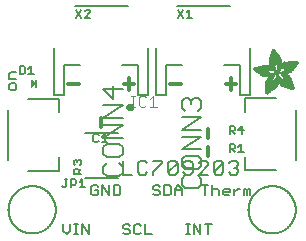
<source format=gbr>
G04 EAGLE Gerber RS-274X export*
G75*
%MOMM*%
%FSLAX34Y34*%
%LPD*%
%INSilkscreen Top*%
%IPPOS*%
%AMOC8*
5,1,8,0,0,1.08239X$1,22.5*%
G01*
%ADD10C,0.152400*%
%ADD11C,0.203200*%
%ADD12C,0.127000*%
%ADD13C,0.304800*%
%ADD14R,0.006300X0.050800*%
%ADD15R,0.006400X0.082600*%
%ADD16R,0.006300X0.120600*%
%ADD17R,0.006400X0.139700*%
%ADD18R,0.006300X0.158800*%
%ADD19R,0.006400X0.177800*%
%ADD20R,0.006300X0.196800*%
%ADD21R,0.006400X0.215900*%
%ADD22R,0.006300X0.228600*%
%ADD23R,0.006400X0.241300*%
%ADD24R,0.006300X0.254000*%
%ADD25R,0.006400X0.266700*%
%ADD26R,0.006300X0.279400*%
%ADD27R,0.006400X0.285700*%
%ADD28R,0.006300X0.298400*%
%ADD29R,0.006400X0.311200*%
%ADD30R,0.006300X0.317500*%
%ADD31R,0.006400X0.330200*%
%ADD32R,0.006300X0.336600*%
%ADD33R,0.006400X0.349200*%
%ADD34R,0.006300X0.361900*%
%ADD35R,0.006400X0.368300*%
%ADD36R,0.006300X0.381000*%
%ADD37R,0.006400X0.387300*%
%ADD38R,0.006300X0.393700*%
%ADD39R,0.006400X0.406400*%
%ADD40R,0.006300X0.412700*%
%ADD41R,0.006400X0.419100*%
%ADD42R,0.006300X0.431800*%
%ADD43R,0.006400X0.438100*%
%ADD44R,0.006300X0.450800*%
%ADD45R,0.006400X0.457200*%
%ADD46R,0.006300X0.463500*%
%ADD47R,0.006400X0.476200*%
%ADD48R,0.006300X0.482600*%
%ADD49R,0.006400X0.488900*%
%ADD50R,0.006300X0.501600*%
%ADD51R,0.006400X0.508000*%
%ADD52R,0.006300X0.514300*%
%ADD53R,0.006400X0.527000*%
%ADD54R,0.006300X0.533400*%
%ADD55R,0.006400X0.546100*%
%ADD56R,0.006300X0.552400*%
%ADD57R,0.006400X0.558800*%
%ADD58R,0.006300X0.571500*%
%ADD59R,0.006400X0.577800*%
%ADD60R,0.006300X0.584200*%
%ADD61R,0.006400X0.596900*%
%ADD62R,0.006300X0.603200*%
%ADD63R,0.006400X0.609600*%
%ADD64R,0.006300X0.622300*%
%ADD65R,0.006400X0.628600*%
%ADD66R,0.006300X0.641300*%
%ADD67R,0.006400X0.647700*%
%ADD68R,0.006300X0.063500*%
%ADD69R,0.006300X0.654000*%
%ADD70R,0.006400X0.101600*%
%ADD71R,0.006400X0.666700*%
%ADD72R,0.006300X0.139700*%
%ADD73R,0.006300X0.673100*%
%ADD74R,0.006400X0.165100*%
%ADD75R,0.006400X0.679400*%
%ADD76R,0.006300X0.196900*%
%ADD77R,0.006300X0.692100*%
%ADD78R,0.006400X0.222200*%
%ADD79R,0.006400X0.698500*%
%ADD80R,0.006300X0.247700*%
%ADD81R,0.006300X0.704800*%
%ADD82R,0.006400X0.279400*%
%ADD83R,0.006400X0.717500*%
%ADD84R,0.006300X0.298500*%
%ADD85R,0.006300X0.723900*%
%ADD86R,0.006400X0.736600*%
%ADD87R,0.006300X0.342900*%
%ADD88R,0.006300X0.742900*%
%ADD89R,0.006400X0.374700*%
%ADD90R,0.006400X0.749300*%
%ADD91R,0.006300X0.762000*%
%ADD92R,0.006400X0.412700*%
%ADD93R,0.006400X0.768300*%
%ADD94R,0.006300X0.438100*%
%ADD95R,0.006300X0.774700*%
%ADD96R,0.006400X0.463600*%
%ADD97R,0.006400X0.787400*%
%ADD98R,0.006300X0.793700*%
%ADD99R,0.006400X0.495300*%
%ADD100R,0.006400X0.800100*%
%ADD101R,0.006300X0.520700*%
%ADD102R,0.006300X0.812800*%
%ADD103R,0.006400X0.533400*%
%ADD104R,0.006400X0.819100*%
%ADD105R,0.006300X0.558800*%
%ADD106R,0.006300X0.825500*%
%ADD107R,0.006400X0.577900*%
%ADD108R,0.006400X0.831800*%
%ADD109R,0.006300X0.596900*%
%ADD110R,0.006300X0.844500*%
%ADD111R,0.006400X0.616000*%
%ADD112R,0.006400X0.850900*%
%ADD113R,0.006300X0.635000*%
%ADD114R,0.006300X0.857200*%
%ADD115R,0.006400X0.654100*%
%ADD116R,0.006400X0.863600*%
%ADD117R,0.006300X0.666700*%
%ADD118R,0.006300X0.869900*%
%ADD119R,0.006400X0.685800*%
%ADD120R,0.006400X0.876300*%
%ADD121R,0.006300X0.882600*%
%ADD122R,0.006400X0.723900*%
%ADD123R,0.006400X0.889000*%
%ADD124R,0.006300X0.895300*%
%ADD125R,0.006400X0.755700*%
%ADD126R,0.006400X0.901700*%
%ADD127R,0.006300X0.908000*%
%ADD128R,0.006400X0.793800*%
%ADD129R,0.006400X0.914400*%
%ADD130R,0.006300X0.806400*%
%ADD131R,0.006300X0.920700*%
%ADD132R,0.006400X0.825500*%
%ADD133R,0.006400X0.927100*%
%ADD134R,0.006300X0.933400*%
%ADD135R,0.006400X0.857300*%
%ADD136R,0.006400X0.939800*%
%ADD137R,0.006300X0.870000*%
%ADD138R,0.006300X0.939800*%
%ADD139R,0.006400X0.946100*%
%ADD140R,0.006300X0.952500*%
%ADD141R,0.006400X0.908000*%
%ADD142R,0.006400X0.958800*%
%ADD143R,0.006300X0.965200*%
%ADD144R,0.006400X0.965200*%
%ADD145R,0.006300X0.971500*%
%ADD146R,0.006400X0.952500*%
%ADD147R,0.006400X0.977900*%
%ADD148R,0.006300X0.958800*%
%ADD149R,0.006300X0.984200*%
%ADD150R,0.006400X0.971500*%
%ADD151R,0.006400X0.984200*%
%ADD152R,0.006300X0.990600*%
%ADD153R,0.006400X0.984300*%
%ADD154R,0.006400X0.996900*%
%ADD155R,0.006300X0.997000*%
%ADD156R,0.006300X0.996900*%
%ADD157R,0.006400X1.003300*%
%ADD158R,0.006300X1.016000*%
%ADD159R,0.006300X1.009600*%
%ADD160R,0.006400X1.016000*%
%ADD161R,0.006400X1.009600*%
%ADD162R,0.006300X1.022300*%
%ADD163R,0.006400X1.028700*%
%ADD164R,0.006300X1.035100*%
%ADD165R,0.006400X1.047800*%
%ADD166R,0.006300X1.054100*%
%ADD167R,0.006300X1.028700*%
%ADD168R,0.006400X1.054100*%
%ADD169R,0.006400X1.035000*%
%ADD170R,0.006300X1.060400*%
%ADD171R,0.006300X1.035000*%
%ADD172R,0.006400X1.060500*%
%ADD173R,0.006400X1.041400*%
%ADD174R,0.006300X1.066800*%
%ADD175R,0.006300X1.041400*%
%ADD176R,0.006400X1.079500*%
%ADD177R,0.006400X1.047700*%
%ADD178R,0.006300X1.085900*%
%ADD179R,0.006300X1.047700*%
%ADD180R,0.006400X1.085800*%
%ADD181R,0.006300X1.092200*%
%ADD182R,0.006400X1.085900*%
%ADD183R,0.006300X1.098600*%
%ADD184R,0.006400X1.098600*%
%ADD185R,0.006400X1.060400*%
%ADD186R,0.006300X1.104900*%
%ADD187R,0.006400X1.104900*%
%ADD188R,0.006400X1.066800*%
%ADD189R,0.006300X1.111200*%
%ADD190R,0.006400X1.117600*%
%ADD191R,0.006300X1.117600*%
%ADD192R,0.006300X1.073100*%
%ADD193R,0.006400X1.073100*%
%ADD194R,0.006300X1.124000*%
%ADD195R,0.006300X1.079500*%
%ADD196R,0.006400X1.123900*%
%ADD197R,0.006300X1.130300*%
%ADD198R,0.006400X1.130300*%
%ADD199R,0.006400X1.136700*%
%ADD200R,0.006300X1.136700*%
%ADD201R,0.006300X1.085800*%
%ADD202R,0.006400X1.136600*%
%ADD203R,0.006300X1.136600*%
%ADD204R,0.006400X1.143000*%
%ADD205R,0.006300X1.143000*%
%ADD206R,0.006300X1.149400*%
%ADD207R,0.006300X1.149300*%
%ADD208R,0.006400X1.149300*%
%ADD209R,0.006400X1.149400*%
%ADD210R,0.006400X1.155700*%
%ADD211R,0.006300X1.155700*%
%ADD212R,0.006300X1.060500*%
%ADD213R,0.006400X2.197100*%
%ADD214R,0.006300X2.197100*%
%ADD215R,0.006300X2.184400*%
%ADD216R,0.006400X2.184400*%
%ADD217R,0.006400X2.171700*%
%ADD218R,0.006300X2.171700*%
%ADD219R,0.006400X1.530300*%
%ADD220R,0.006300X1.505000*%
%ADD221R,0.006400X1.492300*%
%ADD222R,0.006300X1.485900*%
%ADD223R,0.006300X0.565200*%
%ADD224R,0.006400X1.473200*%
%ADD225R,0.006400X0.565200*%
%ADD226R,0.006300X1.460500*%
%ADD227R,0.006400X1.454100*%
%ADD228R,0.006400X0.552400*%
%ADD229R,0.006300X1.441500*%
%ADD230R,0.006300X0.546100*%
%ADD231R,0.006400X1.435100*%
%ADD232R,0.006400X0.539800*%
%ADD233R,0.006300X1.428800*%
%ADD234R,0.006400X1.422400*%
%ADD235R,0.006300X1.409700*%
%ADD236R,0.006300X0.527100*%
%ADD237R,0.006400X1.403300*%
%ADD238R,0.006400X0.527100*%
%ADD239R,0.006300X1.390700*%
%ADD240R,0.006400X1.384300*%
%ADD241R,0.006400X0.520700*%
%ADD242R,0.006300X1.384300*%
%ADD243R,0.006300X0.514400*%
%ADD244R,0.006400X1.371600*%
%ADD245R,0.006300X1.365200*%
%ADD246R,0.006300X0.508000*%
%ADD247R,0.006400X1.352600*%
%ADD248R,0.006400X0.501700*%
%ADD249R,0.006300X0.711200*%
%ADD250R,0.006300X0.603300*%
%ADD251R,0.006300X0.501700*%
%ADD252R,0.006400X0.692100*%
%ADD253R,0.006400X0.571500*%
%ADD254R,0.006300X0.679400*%
%ADD255R,0.006300X0.495300*%
%ADD256R,0.006400X0.673100*%
%ADD257R,0.006300X0.666800*%
%ADD258R,0.006300X0.488900*%
%ADD259R,0.006400X0.660400*%
%ADD260R,0.006400X0.482600*%
%ADD261R,0.006300X0.476200*%
%ADD262R,0.006400X0.654000*%
%ADD263R,0.006400X0.469900*%
%ADD264R,0.006400X0.476300*%
%ADD265R,0.006300X0.647700*%
%ADD266R,0.006300X0.457200*%
%ADD267R,0.006300X0.469900*%
%ADD268R,0.006400X0.641300*%
%ADD269R,0.006400X0.444500*%
%ADD270R,0.006300X0.463600*%
%ADD271R,0.006400X0.635000*%
%ADD272R,0.006400X0.463500*%
%ADD273R,0.006400X0.393700*%
%ADD274R,0.006400X0.450800*%
%ADD275R,0.006300X0.628600*%
%ADD276R,0.006300X0.387400*%
%ADD277R,0.006300X0.450900*%
%ADD278R,0.006400X0.628700*%
%ADD279R,0.006400X0.374600*%
%ADD280R,0.006300X0.368300*%
%ADD281R,0.006300X0.438200*%
%ADD282R,0.006400X0.622300*%
%ADD283R,0.006400X0.355600*%
%ADD284R,0.006400X0.431800*%
%ADD285R,0.006300X0.349300*%
%ADD286R,0.006300X0.425400*%
%ADD287R,0.006300X0.615900*%
%ADD288R,0.006300X0.330200*%
%ADD289R,0.006300X0.419100*%
%ADD290R,0.006300X0.616000*%
%ADD291R,0.006300X0.311200*%
%ADD292R,0.006300X0.406400*%
%ADD293R,0.006400X0.615900*%
%ADD294R,0.006400X0.304800*%
%ADD295R,0.006400X0.158800*%
%ADD296R,0.006300X0.609600*%
%ADD297R,0.006300X0.292100*%
%ADD298R,0.006300X0.235000*%
%ADD299R,0.006400X0.387400*%
%ADD300R,0.006400X0.292100*%
%ADD301R,0.006300X0.336500*%
%ADD302R,0.006300X0.260400*%
%ADD303R,0.006400X0.603300*%
%ADD304R,0.006400X0.260400*%
%ADD305R,0.006400X0.362000*%
%ADD306R,0.006400X0.450900*%
%ADD307R,0.006300X0.355600*%
%ADD308R,0.006400X0.342900*%
%ADD309R,0.006400X0.514300*%
%ADD310R,0.006300X0.234900*%
%ADD311R,0.006300X0.539700*%
%ADD312R,0.006400X0.603200*%
%ADD313R,0.006400X0.234900*%
%ADD314R,0.006400X0.920700*%
%ADD315R,0.006400X0.958900*%
%ADD316R,0.006300X0.215900*%
%ADD317R,0.006400X0.209600*%
%ADD318R,0.006300X0.203200*%
%ADD319R,0.006300X1.003300*%
%ADD320R,0.006400X0.203200*%
%ADD321R,0.006400X0.196900*%
%ADD322R,0.006300X0.190500*%
%ADD323R,0.006400X0.190500*%
%ADD324R,0.006300X0.184200*%
%ADD325R,0.006400X0.590500*%
%ADD326R,0.006400X0.184200*%
%ADD327R,0.006300X0.590500*%
%ADD328R,0.006300X0.177800*%
%ADD329R,0.006400X0.584200*%
%ADD330R,0.006400X1.168400*%
%ADD331R,0.006300X0.171500*%
%ADD332R,0.006300X1.187500*%
%ADD333R,0.006400X1.200100*%
%ADD334R,0.006300X0.577800*%
%ADD335R,0.006300X1.212900*%
%ADD336R,0.006400X1.231900*%
%ADD337R,0.006300X1.250900*%
%ADD338R,0.006400X0.565100*%
%ADD339R,0.006400X0.184100*%
%ADD340R,0.006400X1.263700*%
%ADD341R,0.006300X0.565100*%
%ADD342R,0.006300X1.289100*%
%ADD343R,0.006400X1.314400*%
%ADD344R,0.006300X0.552500*%
%ADD345R,0.006300X1.568500*%
%ADD346R,0.006400X0.552500*%
%ADD347R,0.006400X1.581200*%
%ADD348R,0.006300X1.593800*%
%ADD349R,0.006400X1.606500*%
%ADD350R,0.006300X1.619300*%
%ADD351R,0.006400X0.514400*%
%ADD352R,0.006400X1.638300*%
%ADD353R,0.006300X1.657300*%
%ADD354R,0.006400X2.209800*%
%ADD355R,0.006300X2.425700*%
%ADD356R,0.006400X2.470100*%
%ADD357R,0.006300X2.501900*%
%ADD358R,0.006400X2.533700*%
%ADD359R,0.006300X2.559000*%
%ADD360R,0.006400X2.584500*%
%ADD361R,0.006300X2.609900*%
%ADD362R,0.006400X2.628900*%
%ADD363R,0.006300X2.660600*%
%ADD364R,0.006400X2.673400*%
%ADD365R,0.006300X1.422400*%
%ADD366R,0.006300X1.200200*%
%ADD367R,0.006300X1.365300*%
%ADD368R,0.006400X1.365300*%
%ADD369R,0.006300X1.352500*%
%ADD370R,0.006300X1.098500*%
%ADD371R,0.006400X1.358900*%
%ADD372R,0.006300X1.352600*%
%ADD373R,0.006300X1.358900*%
%ADD374R,0.006300X1.371600*%
%ADD375R,0.006400X1.377900*%
%ADD376R,0.006400X1.397000*%
%ADD377R,0.006300X1.403300*%
%ADD378R,0.006300X0.914400*%
%ADD379R,0.006300X0.876300*%
%ADD380R,0.006300X0.374600*%
%ADD381R,0.006400X1.073200*%
%ADD382R,0.006300X0.374700*%
%ADD383R,0.006400X0.844600*%
%ADD384R,0.006300X0.844600*%
%ADD385R,0.006400X0.831900*%
%ADD386R,0.006400X1.092200*%
%ADD387R,0.006300X0.400000*%
%ADD388R,0.006400X0.819200*%
%ADD389R,0.006400X1.111300*%
%ADD390R,0.006400X0.812800*%
%ADD391R,0.006300X0.800100*%
%ADD392R,0.006300X0.476300*%
%ADD393R,0.006300X1.181100*%
%ADD394R,0.006400X0.501600*%
%ADD395R,0.006400X1.193800*%
%ADD396R,0.006400X0.781000*%
%ADD397R,0.006400X1.238200*%
%ADD398R,0.006300X0.781100*%
%ADD399R,0.006300X1.257300*%
%ADD400R,0.006400X1.295400*%
%ADD401R,0.006300X1.333500*%
%ADD402R,0.006400X0.774700*%
%ADD403R,0.006400X1.866900*%
%ADD404R,0.006300X0.209600*%
%ADD405R,0.006300X1.866900*%
%ADD406R,0.006400X0.768400*%
%ADD407R,0.006400X0.209500*%
%ADD408R,0.006400X1.860600*%
%ADD409R,0.006400X0.762000*%
%ADD410R,0.006300X0.768400*%
%ADD411R,0.006300X1.860600*%
%ADD412R,0.006400X1.860500*%
%ADD413R,0.006300X0.222300*%
%ADD414R,0.006300X1.854200*%
%ADD415R,0.006400X0.235000*%
%ADD416R,0.006400X1.854200*%
%ADD417R,0.006300X0.768300*%
%ADD418R,0.006400X0.260300*%
%ADD419R,0.006400X1.847800*%
%ADD420R,0.006300X0.266700*%
%ADD421R,0.006300X1.847800*%
%ADD422R,0.006400X0.273100*%
%ADD423R,0.006400X1.841500*%
%ADD424R,0.006300X0.285800*%
%ADD425R,0.006300X1.841500*%
%ADD426R,0.006400X0.298500*%
%ADD427R,0.006400X1.835100*%
%ADD428R,0.006300X0.781000*%
%ADD429R,0.006300X0.304800*%
%ADD430R,0.006300X1.835100*%
%ADD431R,0.006400X0.317500*%
%ADD432R,0.006400X1.828800*%
%ADD433R,0.006300X0.787400*%
%ADD434R,0.006300X0.323800*%
%ADD435R,0.006300X1.828800*%
%ADD436R,0.006400X0.793700*%
%ADD437R,0.006400X1.822400*%
%ADD438R,0.006300X0.806500*%
%ADD439R,0.006300X1.822400*%
%ADD440R,0.006400X1.816100*%
%ADD441R,0.006300X0.819100*%
%ADD442R,0.006300X0.387300*%
%ADD443R,0.006300X1.816100*%
%ADD444R,0.006400X1.809800*%
%ADD445R,0.006300X1.803400*%
%ADD446R,0.006400X1.797000*%
%ADD447R,0.006300X0.901700*%
%ADD448R,0.006300X1.797000*%
%ADD449R,0.006400X1.441400*%
%ADD450R,0.006400X1.790700*%
%ADD451R,0.006300X1.447800*%
%ADD452R,0.006300X1.784300*%
%ADD453R,0.006400X1.447800*%
%ADD454R,0.006400X1.784300*%
%ADD455R,0.006300X1.454100*%
%ADD456R,0.006300X1.771700*%
%ADD457R,0.006400X1.460500*%
%ADD458R,0.006400X1.759000*%
%ADD459R,0.006300X1.466800*%
%ADD460R,0.006300X1.752600*%
%ADD461R,0.006400X1.466800*%
%ADD462R,0.006400X1.739900*%
%ADD463R,0.006300X1.473200*%
%ADD464R,0.006300X1.727200*%
%ADD465R,0.006400X1.479500*%
%ADD466R,0.006400X1.714500*%
%ADD467R,0.006300X1.695400*%
%ADD468R,0.006400X1.485900*%
%ADD469R,0.006400X1.682700*%
%ADD470R,0.006300X1.492200*%
%ADD471R,0.006300X1.663700*%
%ADD472R,0.006400X1.498600*%
%ADD473R,0.006400X1.644600*%
%ADD474R,0.006300X1.498600*%
%ADD475R,0.006300X1.619200*%
%ADD476R,0.006400X1.511300*%
%ADD477R,0.006400X1.600200*%
%ADD478R,0.006300X1.517700*%
%ADD479R,0.006300X1.574800*%
%ADD480R,0.006400X1.524000*%
%ADD481R,0.006400X1.555800*%
%ADD482R,0.006300X1.524000*%
%ADD483R,0.006300X1.536700*%
%ADD484R,0.006400X1.530400*%
%ADD485R,0.006400X1.517700*%
%ADD486R,0.006300X1.492300*%
%ADD487R,0.006400X1.549400*%
%ADD488R,0.006400X1.479600*%
%ADD489R,0.006300X1.549400*%
%ADD490R,0.006400X1.555700*%
%ADD491R,0.006300X1.562100*%
%ADD492R,0.006300X0.323900*%
%ADD493R,0.006400X1.568400*%
%ADD494R,0.006400X0.336600*%
%ADD495R,0.006300X1.587500*%
%ADD496R,0.006300X0.971600*%
%ADD497R,0.006400X0.349300*%
%ADD498R,0.006300X1.600200*%
%ADD499R,0.006300X0.920800*%
%ADD500R,0.006400X0.882700*%
%ADD501R,0.006300X1.612900*%
%ADD502R,0.006300X0.362000*%
%ADD503R,0.006400X1.625600*%
%ADD504R,0.006300X1.625600*%
%ADD505R,0.006300X1.644600*%
%ADD506R,0.006300X0.736600*%
%ADD507R,0.006400X0.717600*%
%ADD508R,0.006300X1.657400*%
%ADD509R,0.006300X0.679500*%
%ADD510R,0.006400X1.663700*%
%ADD511R,0.006400X0.400000*%
%ADD512R,0.006300X1.676400*%
%ADD513R,0.006400X1.676400*%
%ADD514R,0.006400X0.425500*%
%ADD515R,0.006400X1.352500*%
%ADD516R,0.006300X0.444500*%
%ADD517R,0.006400X0.361900*%
%ADD518R,0.006300X0.088900*%
%ADD519R,0.006300X1.009700*%
%ADD520R,0.006400X1.009700*%
%ADD521R,0.006400X1.022300*%
%ADD522R,0.006400X1.346200*%
%ADD523R,0.006300X1.346200*%
%ADD524R,0.006400X1.339900*%
%ADD525R,0.006400X1.035100*%
%ADD526R,0.006300X1.339800*%
%ADD527R,0.006400X1.333500*%
%ADD528R,0.006400X1.327200*%
%ADD529R,0.006300X1.320800*%
%ADD530R,0.006400X1.314500*%
%ADD531R,0.006300X1.314400*%
%ADD532R,0.006400X1.301700*%
%ADD533R,0.006300X1.295400*%
%ADD534R,0.006400X1.289000*%
%ADD535R,0.006300X1.276300*%
%ADD536R,0.006300X1.251000*%
%ADD537R,0.006400X1.244600*%
%ADD538R,0.006300X1.231900*%
%ADD539R,0.006400X1.212800*%
%ADD540R,0.006300X1.200100*%
%ADD541R,0.006400X1.187400*%
%ADD542R,0.006300X1.168400*%
%ADD543R,0.006300X1.047800*%
%ADD544R,0.006300X0.977900*%
%ADD545R,0.006400X0.946200*%
%ADD546R,0.006400X0.933400*%
%ADD547R,0.006400X0.895300*%
%ADD548R,0.006300X0.882700*%
%ADD549R,0.006300X0.863600*%
%ADD550R,0.006400X0.857200*%
%ADD551R,0.006300X0.850900*%
%ADD552R,0.006300X0.838200*%
%ADD553R,0.006400X0.806500*%
%ADD554R,0.006300X0.717600*%
%ADD555R,0.006400X0.711200*%
%ADD556R,0.006400X0.641400*%
%ADD557R,0.006300X0.641400*%
%ADD558R,0.006300X0.628700*%
%ADD559R,0.006300X0.590600*%
%ADD560R,0.006400X0.539700*%
%ADD561R,0.006300X0.285700*%
%ADD562R,0.006300X0.222200*%
%ADD563R,0.006300X0.171400*%
%ADD564R,0.006400X0.152400*%
%ADD565R,0.006300X0.133400*%
%ADD566R,0.127000X0.762000*%
%ADD567C,0.406400*%
%ADD568C,0.076200*%

G36*
X24961Y128786D02*
X24961Y128786D01*
X24990Y128785D01*
X25080Y128812D01*
X25172Y128832D01*
X25197Y128847D01*
X25226Y128856D01*
X25368Y128946D01*
X28543Y131486D01*
X28612Y131563D01*
X28685Y131636D01*
X28694Y131654D01*
X28707Y131668D01*
X28749Y131764D01*
X28795Y131856D01*
X28797Y131876D01*
X28805Y131894D01*
X28814Y131997D01*
X28828Y132100D01*
X28824Y132119D01*
X28826Y132139D01*
X28801Y132240D01*
X28782Y132342D01*
X28772Y132359D01*
X28768Y132378D01*
X28712Y132466D01*
X28661Y132556D01*
X28644Y132573D01*
X28636Y132586D01*
X28611Y132606D01*
X28543Y132674D01*
X25368Y135214D01*
X25342Y135229D01*
X25320Y135250D01*
X25235Y135289D01*
X25153Y135335D01*
X25124Y135341D01*
X25097Y135353D01*
X25004Y135363D01*
X24912Y135381D01*
X24882Y135377D01*
X24853Y135380D01*
X24761Y135360D01*
X24668Y135348D01*
X24641Y135334D01*
X24612Y135328D01*
X24532Y135280D01*
X24448Y135238D01*
X24427Y135217D01*
X24401Y135202D01*
X24340Y135130D01*
X24274Y135064D01*
X24261Y135038D01*
X24241Y135015D01*
X24206Y134928D01*
X24164Y134844D01*
X24160Y134814D01*
X24149Y134787D01*
X24131Y134620D01*
X24131Y129540D01*
X24136Y129511D01*
X24133Y129481D01*
X24155Y129390D01*
X24171Y129297D01*
X24184Y129271D01*
X24191Y129242D01*
X24242Y129163D01*
X24286Y129080D01*
X24307Y129059D01*
X24323Y129034D01*
X24396Y128975D01*
X24464Y128911D01*
X24491Y128898D01*
X24514Y128879D01*
X24602Y128846D01*
X24687Y128807D01*
X24717Y128804D01*
X24744Y128793D01*
X24838Y128790D01*
X24931Y128780D01*
X24961Y128786D01*
G37*
D10*
X51788Y13215D02*
X51788Y7453D01*
X54670Y4572D01*
X57551Y7453D01*
X57551Y13215D01*
X61144Y4572D02*
X64025Y4572D01*
X62584Y4572D02*
X62584Y13215D01*
X61144Y13215D02*
X64025Y13215D01*
X67380Y13215D02*
X67380Y4572D01*
X73143Y4572D02*
X67380Y13215D01*
X73143Y13215D02*
X73143Y4572D01*
X171535Y37592D02*
X171535Y46235D01*
X168654Y46235D02*
X174416Y46235D01*
X178009Y46235D02*
X178009Y37592D01*
X178009Y41914D02*
X179449Y43354D01*
X182331Y43354D01*
X183771Y41914D01*
X183771Y37592D01*
X188805Y37592D02*
X191686Y37592D01*
X188805Y37592D02*
X187364Y39033D01*
X187364Y41914D01*
X188805Y43354D01*
X191686Y43354D01*
X193126Y41914D01*
X193126Y40473D01*
X187364Y40473D01*
X196719Y37592D02*
X196719Y43354D01*
X196719Y40473D02*
X199600Y43354D01*
X201041Y43354D01*
X204515Y43354D02*
X204515Y37592D01*
X204515Y43354D02*
X205956Y43354D01*
X207396Y41914D01*
X207396Y37592D01*
X207396Y41914D02*
X208837Y43354D01*
X210277Y41914D01*
X210277Y37592D01*
X81391Y44795D02*
X79951Y46235D01*
X77070Y46235D01*
X75629Y44795D01*
X75629Y39033D01*
X77070Y37592D01*
X79951Y37592D01*
X81391Y39033D01*
X81391Y41914D01*
X78510Y41914D01*
X84984Y46235D02*
X84984Y37592D01*
X90747Y37592D02*
X84984Y46235D01*
X90747Y46235D02*
X90747Y37592D01*
X94340Y37592D02*
X94340Y46235D01*
X94340Y37592D02*
X98661Y37592D01*
X100102Y39033D01*
X100102Y44795D01*
X98661Y46235D01*
X94340Y46235D01*
X106621Y13215D02*
X108061Y11775D01*
X106621Y13215D02*
X103740Y13215D01*
X102299Y11775D01*
X102299Y10334D01*
X103740Y8894D01*
X106621Y8894D01*
X108061Y7453D01*
X108061Y6013D01*
X106621Y4572D01*
X103740Y4572D01*
X102299Y6013D01*
X115976Y13215D02*
X117417Y11775D01*
X115976Y13215D02*
X113095Y13215D01*
X111654Y11775D01*
X111654Y6013D01*
X113095Y4572D01*
X115976Y4572D01*
X117417Y6013D01*
X121010Y4572D02*
X121010Y13215D01*
X121010Y4572D02*
X126772Y4572D01*
X133461Y44795D02*
X132021Y46235D01*
X129140Y46235D01*
X127699Y44795D01*
X127699Y43354D01*
X129140Y41914D01*
X132021Y41914D01*
X133461Y40473D01*
X133461Y39033D01*
X132021Y37592D01*
X129140Y37592D01*
X127699Y39033D01*
X137054Y37592D02*
X137054Y46235D01*
X137054Y37592D02*
X141376Y37592D01*
X142817Y39033D01*
X142817Y44795D01*
X141376Y46235D01*
X137054Y46235D01*
X146410Y43354D02*
X146410Y37592D01*
X146410Y43354D02*
X149291Y46235D01*
X152172Y43354D01*
X152172Y37592D01*
X152172Y41914D02*
X146410Y41914D01*
X155928Y4572D02*
X158810Y4572D01*
X157369Y4572D02*
X157369Y13215D01*
X155928Y13215D02*
X158810Y13215D01*
X162165Y13215D02*
X162165Y4572D01*
X167927Y4572D02*
X162165Y13215D01*
X167927Y13215D02*
X167927Y4572D01*
X174402Y4572D02*
X174402Y13215D01*
X177283Y13215D02*
X171520Y13215D01*
D11*
X101962Y54991D02*
X101962Y66939D01*
X101962Y54991D02*
X109928Y54991D01*
X120800Y66939D02*
X122791Y64948D01*
X120800Y66939D02*
X116817Y66939D01*
X114826Y64948D01*
X114826Y56982D01*
X116817Y54991D01*
X120800Y54991D01*
X122791Y56982D01*
X127689Y66939D02*
X135655Y66939D01*
X135655Y64948D01*
X127689Y56982D01*
X127689Y54991D01*
X140553Y56982D02*
X140553Y64948D01*
X142544Y66939D01*
X146527Y66939D01*
X148518Y64948D01*
X148518Y56982D01*
X146527Y54991D01*
X142544Y54991D01*
X140553Y56982D01*
X148518Y64948D01*
X153416Y56982D02*
X155407Y54991D01*
X159390Y54991D01*
X161381Y56982D01*
X161381Y64948D01*
X159390Y66939D01*
X155407Y66939D01*
X153416Y64948D01*
X153416Y62956D01*
X155407Y60965D01*
X161381Y60965D01*
X166279Y54991D02*
X174245Y54991D01*
X174245Y62956D02*
X166279Y54991D01*
X174245Y62956D02*
X174245Y64948D01*
X172253Y66939D01*
X168271Y66939D01*
X166279Y64948D01*
X179143Y64948D02*
X179143Y56982D01*
X179143Y64948D02*
X181134Y66939D01*
X185117Y66939D01*
X187108Y64948D01*
X187108Y56982D01*
X185117Y54991D01*
X181134Y54991D01*
X179143Y56982D01*
X187108Y64948D01*
X192006Y64948D02*
X193997Y66939D01*
X197980Y66939D01*
X199972Y64948D01*
X199972Y62956D01*
X197980Y60965D01*
X195989Y60965D01*
X197980Y60965D02*
X199972Y58974D01*
X199972Y56982D01*
X197980Y54991D01*
X193997Y54991D01*
X192006Y56982D01*
D12*
X12065Y127848D02*
X12065Y130814D01*
X10582Y132297D01*
X7616Y132297D01*
X6133Y130814D01*
X6133Y127848D01*
X7616Y126365D01*
X10582Y126365D01*
X12065Y127848D01*
X12065Y135720D02*
X6133Y135720D01*
X6133Y140169D01*
X7616Y141652D01*
X12065Y141652D01*
D13*
X83820Y103060D02*
X83820Y95060D01*
D10*
X80539Y89414D02*
X81640Y88312D01*
X80539Y89414D02*
X78335Y89414D01*
X77234Y88312D01*
X77234Y83906D01*
X78335Y82804D01*
X80539Y82804D01*
X81640Y83906D01*
X84718Y87210D02*
X86921Y89414D01*
X86921Y82804D01*
X84718Y82804D02*
X89124Y82804D01*
D11*
X97820Y90120D02*
X69820Y90120D01*
X69820Y52120D02*
X97820Y52120D01*
D10*
X67058Y55882D02*
X60448Y55882D01*
X60448Y59187D01*
X61550Y60288D01*
X63753Y60288D01*
X64855Y59187D01*
X64855Y55882D01*
X64855Y58085D02*
X67058Y60288D01*
X61550Y63366D02*
X60448Y64468D01*
X60448Y66671D01*
X61550Y67773D01*
X62652Y67773D01*
X63753Y66671D01*
X63753Y65569D01*
X63753Y66671D02*
X64855Y67773D01*
X65956Y67773D01*
X67058Y66671D01*
X67058Y64468D01*
X65956Y63366D01*
X50800Y45552D02*
X51902Y44450D01*
X53003Y44450D01*
X54105Y45552D01*
X54105Y51060D01*
X55206Y51060D02*
X53003Y51060D01*
X58284Y51060D02*
X58284Y44450D01*
X58284Y51060D02*
X61589Y51060D01*
X62691Y49958D01*
X62691Y47755D01*
X61589Y46653D01*
X58284Y46653D01*
X65768Y48856D02*
X67972Y51060D01*
X67972Y44450D01*
X70175Y44450D02*
X65768Y44450D01*
X205825Y58900D02*
X231825Y58900D01*
X205825Y58900D02*
X205825Y69900D01*
X205825Y107900D02*
X205825Y119900D01*
X231825Y119900D01*
X248825Y109900D02*
X248825Y67900D01*
X154645Y54509D02*
X151933Y51797D01*
X151933Y46374D01*
X154645Y43662D01*
X165491Y43662D01*
X168203Y46374D01*
X168203Y51797D01*
X165491Y54509D01*
X151933Y62745D02*
X151933Y68169D01*
X151933Y62745D02*
X154645Y60034D01*
X165491Y60034D01*
X168203Y62745D01*
X168203Y68169D01*
X165491Y70880D01*
X154645Y70880D01*
X151933Y68169D01*
X151933Y76405D02*
X168203Y76405D01*
X168203Y87252D02*
X151933Y76405D01*
X151933Y87252D02*
X168203Y87252D01*
X168203Y92777D02*
X151933Y92777D01*
X168203Y103623D01*
X151933Y103623D01*
X154645Y109148D02*
X151933Y111860D01*
X151933Y117283D01*
X154645Y119995D01*
X157356Y119995D01*
X160068Y117283D01*
X160068Y114572D01*
X160068Y117283D02*
X162780Y119995D01*
X165491Y119995D01*
X168203Y117283D01*
X168203Y111860D01*
X165491Y109148D01*
X48175Y118900D02*
X22175Y118900D01*
X48175Y118900D02*
X48175Y107900D01*
X48175Y69900D02*
X48175Y57900D01*
X22175Y57900D01*
X5175Y67900D02*
X5175Y109900D01*
X85783Y61939D02*
X88495Y64651D01*
X85783Y61939D02*
X85783Y56516D01*
X88495Y53804D01*
X99341Y53804D01*
X102053Y56516D01*
X102053Y61939D01*
X99341Y64651D01*
X85783Y72887D02*
X85783Y78311D01*
X85783Y72887D02*
X88495Y70176D01*
X99341Y70176D01*
X102053Y72887D01*
X102053Y78311D01*
X99341Y81022D01*
X88495Y81022D01*
X85783Y78311D01*
X85783Y86547D02*
X102053Y86547D01*
X102053Y97394D02*
X85783Y86547D01*
X85783Y97394D02*
X102053Y97394D01*
X102053Y102919D02*
X85783Y102919D01*
X102053Y113765D01*
X85783Y113765D01*
X85783Y127425D02*
X102053Y127425D01*
X93918Y119290D02*
X85783Y127425D01*
X93918Y130137D02*
X93918Y119290D01*
D11*
X5400Y25400D02*
X5406Y25891D01*
X5424Y26381D01*
X5454Y26871D01*
X5496Y27360D01*
X5550Y27848D01*
X5616Y28335D01*
X5694Y28819D01*
X5784Y29302D01*
X5886Y29782D01*
X5999Y30260D01*
X6124Y30734D01*
X6261Y31206D01*
X6409Y31674D01*
X6569Y32138D01*
X6740Y32598D01*
X6922Y33054D01*
X7116Y33505D01*
X7320Y33951D01*
X7536Y34392D01*
X7762Y34828D01*
X7998Y35258D01*
X8245Y35682D01*
X8503Y36100D01*
X8771Y36511D01*
X9048Y36916D01*
X9336Y37314D01*
X9633Y37705D01*
X9940Y38088D01*
X10256Y38463D01*
X10581Y38831D01*
X10915Y39191D01*
X11258Y39542D01*
X11609Y39885D01*
X11969Y40219D01*
X12337Y40544D01*
X12712Y40860D01*
X13095Y41167D01*
X13486Y41464D01*
X13884Y41752D01*
X14289Y42029D01*
X14700Y42297D01*
X15118Y42555D01*
X15542Y42802D01*
X15972Y43038D01*
X16408Y43264D01*
X16849Y43480D01*
X17295Y43684D01*
X17746Y43878D01*
X18202Y44060D01*
X18662Y44231D01*
X19126Y44391D01*
X19594Y44539D01*
X20066Y44676D01*
X20540Y44801D01*
X21018Y44914D01*
X21498Y45016D01*
X21981Y45106D01*
X22465Y45184D01*
X22952Y45250D01*
X23440Y45304D01*
X23929Y45346D01*
X24419Y45376D01*
X24909Y45394D01*
X25400Y45400D01*
X25891Y45394D01*
X26381Y45376D01*
X26871Y45346D01*
X27360Y45304D01*
X27848Y45250D01*
X28335Y45184D01*
X28819Y45106D01*
X29302Y45016D01*
X29782Y44914D01*
X30260Y44801D01*
X30734Y44676D01*
X31206Y44539D01*
X31674Y44391D01*
X32138Y44231D01*
X32598Y44060D01*
X33054Y43878D01*
X33505Y43684D01*
X33951Y43480D01*
X34392Y43264D01*
X34828Y43038D01*
X35258Y42802D01*
X35682Y42555D01*
X36100Y42297D01*
X36511Y42029D01*
X36916Y41752D01*
X37314Y41464D01*
X37705Y41167D01*
X38088Y40860D01*
X38463Y40544D01*
X38831Y40219D01*
X39191Y39885D01*
X39542Y39542D01*
X39885Y39191D01*
X40219Y38831D01*
X40544Y38463D01*
X40860Y38088D01*
X41167Y37705D01*
X41464Y37314D01*
X41752Y36916D01*
X42029Y36511D01*
X42297Y36100D01*
X42555Y35682D01*
X42802Y35258D01*
X43038Y34828D01*
X43264Y34392D01*
X43480Y33951D01*
X43684Y33505D01*
X43878Y33054D01*
X44060Y32598D01*
X44231Y32138D01*
X44391Y31674D01*
X44539Y31206D01*
X44676Y30734D01*
X44801Y30260D01*
X44914Y29782D01*
X45016Y29302D01*
X45106Y28819D01*
X45184Y28335D01*
X45250Y27848D01*
X45304Y27360D01*
X45346Y26871D01*
X45376Y26381D01*
X45394Y25891D01*
X45400Y25400D01*
X45394Y24909D01*
X45376Y24419D01*
X45346Y23929D01*
X45304Y23440D01*
X45250Y22952D01*
X45184Y22465D01*
X45106Y21981D01*
X45016Y21498D01*
X44914Y21018D01*
X44801Y20540D01*
X44676Y20066D01*
X44539Y19594D01*
X44391Y19126D01*
X44231Y18662D01*
X44060Y18202D01*
X43878Y17746D01*
X43684Y17295D01*
X43480Y16849D01*
X43264Y16408D01*
X43038Y15972D01*
X42802Y15542D01*
X42555Y15118D01*
X42297Y14700D01*
X42029Y14289D01*
X41752Y13884D01*
X41464Y13486D01*
X41167Y13095D01*
X40860Y12712D01*
X40544Y12337D01*
X40219Y11969D01*
X39885Y11609D01*
X39542Y11258D01*
X39191Y10915D01*
X38831Y10581D01*
X38463Y10256D01*
X38088Y9940D01*
X37705Y9633D01*
X37314Y9336D01*
X36916Y9048D01*
X36511Y8771D01*
X36100Y8503D01*
X35682Y8245D01*
X35258Y7998D01*
X34828Y7762D01*
X34392Y7536D01*
X33951Y7320D01*
X33505Y7116D01*
X33054Y6922D01*
X32598Y6740D01*
X32138Y6569D01*
X31674Y6409D01*
X31206Y6261D01*
X30734Y6124D01*
X30260Y5999D01*
X29782Y5886D01*
X29302Y5784D01*
X28819Y5694D01*
X28335Y5616D01*
X27848Y5550D01*
X27360Y5496D01*
X26871Y5454D01*
X26381Y5424D01*
X25891Y5406D01*
X25400Y5400D01*
X24909Y5406D01*
X24419Y5424D01*
X23929Y5454D01*
X23440Y5496D01*
X22952Y5550D01*
X22465Y5616D01*
X21981Y5694D01*
X21498Y5784D01*
X21018Y5886D01*
X20540Y5999D01*
X20066Y6124D01*
X19594Y6261D01*
X19126Y6409D01*
X18662Y6569D01*
X18202Y6740D01*
X17746Y6922D01*
X17295Y7116D01*
X16849Y7320D01*
X16408Y7536D01*
X15972Y7762D01*
X15542Y7998D01*
X15118Y8245D01*
X14700Y8503D01*
X14289Y8771D01*
X13884Y9048D01*
X13486Y9336D01*
X13095Y9633D01*
X12712Y9940D01*
X12337Y10256D01*
X11969Y10581D01*
X11609Y10915D01*
X11258Y11258D01*
X10915Y11609D01*
X10581Y11969D01*
X10256Y12337D01*
X9940Y12712D01*
X9633Y13095D01*
X9336Y13486D01*
X9048Y13884D01*
X8771Y14289D01*
X8503Y14700D01*
X8245Y15118D01*
X7998Y15542D01*
X7762Y15972D01*
X7536Y16408D01*
X7320Y16849D01*
X7116Y17295D01*
X6922Y17746D01*
X6740Y18202D01*
X6569Y18662D01*
X6409Y19126D01*
X6261Y19594D01*
X6124Y20066D01*
X5999Y20540D01*
X5886Y21018D01*
X5784Y21498D01*
X5694Y21981D01*
X5616Y22465D01*
X5550Y22952D01*
X5496Y23440D01*
X5454Y23929D01*
X5424Y24419D01*
X5406Y24909D01*
X5400Y25400D01*
X208600Y25400D02*
X208606Y25891D01*
X208624Y26381D01*
X208654Y26871D01*
X208696Y27360D01*
X208750Y27848D01*
X208816Y28335D01*
X208894Y28819D01*
X208984Y29302D01*
X209086Y29782D01*
X209199Y30260D01*
X209324Y30734D01*
X209461Y31206D01*
X209609Y31674D01*
X209769Y32138D01*
X209940Y32598D01*
X210122Y33054D01*
X210316Y33505D01*
X210520Y33951D01*
X210736Y34392D01*
X210962Y34828D01*
X211198Y35258D01*
X211445Y35682D01*
X211703Y36100D01*
X211971Y36511D01*
X212248Y36916D01*
X212536Y37314D01*
X212833Y37705D01*
X213140Y38088D01*
X213456Y38463D01*
X213781Y38831D01*
X214115Y39191D01*
X214458Y39542D01*
X214809Y39885D01*
X215169Y40219D01*
X215537Y40544D01*
X215912Y40860D01*
X216295Y41167D01*
X216686Y41464D01*
X217084Y41752D01*
X217489Y42029D01*
X217900Y42297D01*
X218318Y42555D01*
X218742Y42802D01*
X219172Y43038D01*
X219608Y43264D01*
X220049Y43480D01*
X220495Y43684D01*
X220946Y43878D01*
X221402Y44060D01*
X221862Y44231D01*
X222326Y44391D01*
X222794Y44539D01*
X223266Y44676D01*
X223740Y44801D01*
X224218Y44914D01*
X224698Y45016D01*
X225181Y45106D01*
X225665Y45184D01*
X226152Y45250D01*
X226640Y45304D01*
X227129Y45346D01*
X227619Y45376D01*
X228109Y45394D01*
X228600Y45400D01*
X229091Y45394D01*
X229581Y45376D01*
X230071Y45346D01*
X230560Y45304D01*
X231048Y45250D01*
X231535Y45184D01*
X232019Y45106D01*
X232502Y45016D01*
X232982Y44914D01*
X233460Y44801D01*
X233934Y44676D01*
X234406Y44539D01*
X234874Y44391D01*
X235338Y44231D01*
X235798Y44060D01*
X236254Y43878D01*
X236705Y43684D01*
X237151Y43480D01*
X237592Y43264D01*
X238028Y43038D01*
X238458Y42802D01*
X238882Y42555D01*
X239300Y42297D01*
X239711Y42029D01*
X240116Y41752D01*
X240514Y41464D01*
X240905Y41167D01*
X241288Y40860D01*
X241663Y40544D01*
X242031Y40219D01*
X242391Y39885D01*
X242742Y39542D01*
X243085Y39191D01*
X243419Y38831D01*
X243744Y38463D01*
X244060Y38088D01*
X244367Y37705D01*
X244664Y37314D01*
X244952Y36916D01*
X245229Y36511D01*
X245497Y36100D01*
X245755Y35682D01*
X246002Y35258D01*
X246238Y34828D01*
X246464Y34392D01*
X246680Y33951D01*
X246884Y33505D01*
X247078Y33054D01*
X247260Y32598D01*
X247431Y32138D01*
X247591Y31674D01*
X247739Y31206D01*
X247876Y30734D01*
X248001Y30260D01*
X248114Y29782D01*
X248216Y29302D01*
X248306Y28819D01*
X248384Y28335D01*
X248450Y27848D01*
X248504Y27360D01*
X248546Y26871D01*
X248576Y26381D01*
X248594Y25891D01*
X248600Y25400D01*
X248594Y24909D01*
X248576Y24419D01*
X248546Y23929D01*
X248504Y23440D01*
X248450Y22952D01*
X248384Y22465D01*
X248306Y21981D01*
X248216Y21498D01*
X248114Y21018D01*
X248001Y20540D01*
X247876Y20066D01*
X247739Y19594D01*
X247591Y19126D01*
X247431Y18662D01*
X247260Y18202D01*
X247078Y17746D01*
X246884Y17295D01*
X246680Y16849D01*
X246464Y16408D01*
X246238Y15972D01*
X246002Y15542D01*
X245755Y15118D01*
X245497Y14700D01*
X245229Y14289D01*
X244952Y13884D01*
X244664Y13486D01*
X244367Y13095D01*
X244060Y12712D01*
X243744Y12337D01*
X243419Y11969D01*
X243085Y11609D01*
X242742Y11258D01*
X242391Y10915D01*
X242031Y10581D01*
X241663Y10256D01*
X241288Y9940D01*
X240905Y9633D01*
X240514Y9336D01*
X240116Y9048D01*
X239711Y8771D01*
X239300Y8503D01*
X238882Y8245D01*
X238458Y7998D01*
X238028Y7762D01*
X237592Y7536D01*
X237151Y7320D01*
X236705Y7116D01*
X236254Y6922D01*
X235798Y6740D01*
X235338Y6569D01*
X234874Y6409D01*
X234406Y6261D01*
X233934Y6124D01*
X233460Y5999D01*
X232982Y5886D01*
X232502Y5784D01*
X232019Y5694D01*
X231535Y5616D01*
X231048Y5550D01*
X230560Y5496D01*
X230071Y5454D01*
X229581Y5424D01*
X229091Y5406D01*
X228600Y5400D01*
X228109Y5406D01*
X227619Y5424D01*
X227129Y5454D01*
X226640Y5496D01*
X226152Y5550D01*
X225665Y5616D01*
X225181Y5694D01*
X224698Y5784D01*
X224218Y5886D01*
X223740Y5999D01*
X223266Y6124D01*
X222794Y6261D01*
X222326Y6409D01*
X221862Y6569D01*
X221402Y6740D01*
X220946Y6922D01*
X220495Y7116D01*
X220049Y7320D01*
X219608Y7536D01*
X219172Y7762D01*
X218742Y7998D01*
X218318Y8245D01*
X217900Y8503D01*
X217489Y8771D01*
X217084Y9048D01*
X216686Y9336D01*
X216295Y9633D01*
X215912Y9940D01*
X215537Y10256D01*
X215169Y10581D01*
X214809Y10915D01*
X214458Y11258D01*
X214115Y11609D01*
X213781Y11969D01*
X213456Y12337D01*
X213140Y12712D01*
X212833Y13095D01*
X212536Y13486D01*
X212248Y13884D01*
X211971Y14289D01*
X211703Y14700D01*
X211445Y15118D01*
X211198Y15542D01*
X210962Y15972D01*
X210736Y16408D01*
X210520Y16849D01*
X210316Y17295D01*
X210122Y17746D01*
X209940Y18202D01*
X209769Y18662D01*
X209609Y19126D01*
X209461Y19594D01*
X209324Y20066D01*
X209199Y20540D01*
X209086Y21018D01*
X208984Y21498D01*
X208894Y21981D01*
X208816Y22465D01*
X208750Y22952D01*
X208696Y23440D01*
X208654Y23929D01*
X208624Y24419D01*
X208606Y24909D01*
X208600Y25400D01*
D14*
X251270Y149828D03*
D15*
X251206Y149860D03*
D16*
X251143Y149860D03*
D17*
X251079Y149829D03*
D18*
X251016Y149860D03*
D19*
X250952Y149828D03*
D20*
X250889Y149860D03*
D21*
X250825Y149829D03*
D22*
X250762Y149828D03*
D23*
X250698Y149765D03*
D24*
X250635Y149765D03*
D25*
X250571Y149702D03*
D26*
X250508Y149701D03*
D27*
X250444Y149670D03*
D28*
X250381Y149606D03*
D29*
X250317Y149606D03*
D30*
X250254Y149575D03*
D31*
X250190Y149511D03*
D32*
X250127Y149479D03*
D33*
X250063Y149479D03*
D34*
X250000Y149416D03*
D35*
X249936Y149384D03*
D36*
X249873Y149320D03*
D37*
X249809Y149289D03*
D38*
X249746Y149257D03*
D39*
X249682Y149193D03*
D40*
X249619Y149162D03*
D41*
X249555Y149130D03*
D42*
X249492Y149066D03*
D43*
X249428Y149035D03*
D44*
X249365Y148971D03*
D45*
X249301Y148939D03*
D46*
X249238Y148908D03*
D47*
X249174Y148844D03*
D48*
X249111Y148812D03*
D49*
X249047Y148781D03*
D50*
X248984Y148717D03*
D51*
X248920Y148685D03*
D52*
X248857Y148654D03*
D53*
X248793Y148590D03*
D54*
X248730Y148558D03*
D55*
X248666Y148495D03*
D56*
X248603Y148463D03*
D57*
X248539Y148431D03*
D58*
X248476Y148368D03*
D59*
X248412Y148336D03*
D60*
X248349Y148304D03*
D61*
X248285Y148241D03*
D62*
X248222Y148209D03*
D63*
X248158Y148177D03*
D64*
X248095Y148114D03*
D65*
X248031Y148082D03*
D66*
X247968Y148019D03*
D67*
X247904Y147987D03*
D68*
X247841Y128175D03*
D69*
X247841Y147955D03*
D70*
X247777Y128175D03*
D71*
X247777Y147892D03*
D72*
X247714Y128239D03*
D73*
X247714Y147860D03*
D74*
X247650Y128302D03*
D75*
X247650Y147828D03*
D76*
X247587Y128334D03*
D77*
X247587Y147765D03*
D78*
X247523Y128397D03*
D79*
X247523Y147733D03*
D80*
X247460Y128461D03*
D81*
X247460Y147701D03*
D82*
X247396Y128556D03*
D83*
X247396Y147638D03*
D84*
X247333Y128588D03*
D85*
X247333Y147606D03*
D31*
X247269Y128683D03*
D86*
X247269Y147542D03*
D87*
X247206Y128747D03*
D88*
X247206Y147511D03*
D89*
X247142Y128842D03*
D90*
X247142Y147479D03*
D38*
X247079Y128937D03*
D91*
X247079Y147415D03*
D92*
X247015Y128969D03*
D93*
X247015Y147384D03*
D94*
X246952Y129096D03*
D95*
X246952Y147352D03*
D96*
X246888Y129159D03*
D97*
X246888Y147288D03*
D48*
X246825Y129254D03*
D98*
X246825Y147257D03*
D99*
X246761Y129318D03*
D100*
X246761Y147225D03*
D101*
X246698Y129445D03*
D102*
X246698Y147161D03*
D103*
X246634Y129508D03*
D104*
X246634Y147130D03*
D105*
X246571Y129635D03*
D106*
X246571Y147098D03*
D107*
X246507Y129731D03*
D108*
X246507Y147066D03*
D109*
X246444Y129826D03*
D110*
X246444Y147003D03*
D111*
X246380Y129921D03*
D112*
X246380Y146971D03*
D113*
X246317Y130016D03*
D114*
X246317Y146939D03*
D115*
X246253Y130112D03*
D116*
X246253Y146907D03*
D117*
X246190Y130239D03*
D118*
X246190Y146876D03*
D119*
X246126Y130334D03*
D120*
X246126Y146844D03*
D81*
X246063Y130429D03*
D121*
X246063Y146812D03*
D122*
X245999Y130525D03*
D123*
X245999Y146780D03*
D88*
X245936Y130620D03*
D124*
X245936Y146749D03*
D125*
X245872Y130747D03*
D126*
X245872Y146717D03*
D95*
X245809Y130842D03*
D127*
X245809Y146685D03*
D128*
X245745Y130937D03*
D129*
X245745Y146653D03*
D130*
X245682Y131064D03*
D131*
X245682Y146622D03*
D132*
X245618Y131160D03*
D133*
X245618Y146590D03*
D110*
X245555Y131255D03*
D134*
X245555Y146558D03*
D135*
X245491Y131382D03*
D136*
X245491Y146526D03*
D137*
X245428Y131445D03*
D138*
X245428Y146526D03*
D123*
X245364Y131540D03*
D139*
X245364Y146495D03*
D124*
X245301Y131636D03*
D140*
X245301Y146463D03*
D141*
X245237Y131699D03*
D142*
X245237Y146431D03*
D131*
X245174Y131763D03*
D143*
X245174Y146399D03*
D133*
X245110Y131858D03*
D144*
X245110Y146399D03*
D138*
X245047Y131921D03*
D145*
X245047Y146368D03*
D146*
X244983Y131985D03*
D147*
X244983Y146336D03*
D148*
X244920Y132080D03*
D149*
X244920Y146304D03*
D150*
X244856Y132144D03*
D151*
X244856Y146304D03*
D149*
X244793Y132207D03*
D152*
X244793Y146272D03*
D153*
X244729Y132271D03*
D154*
X244729Y146241D03*
D155*
X244666Y132334D03*
D156*
X244666Y146241D03*
D157*
X244602Y132366D03*
X244602Y146209D03*
D158*
X244539Y132429D03*
D159*
X244539Y146177D03*
D160*
X244475Y132493D03*
D161*
X244475Y146177D03*
D162*
X244412Y132525D03*
D158*
X244412Y146145D03*
D163*
X244348Y132620D03*
D160*
X244348Y146145D03*
D164*
X244285Y132652D03*
D162*
X244285Y146114D03*
D165*
X244221Y132715D03*
D163*
X244221Y146082D03*
D166*
X244158Y132747D03*
D167*
X244158Y146082D03*
D168*
X244094Y132811D03*
D169*
X244094Y146050D03*
D170*
X244031Y132842D03*
D171*
X244031Y146050D03*
D172*
X243967Y132906D03*
D173*
X243967Y146018D03*
D174*
X243904Y132937D03*
D175*
X243904Y146018D03*
D176*
X243840Y133001D03*
D177*
X243840Y145987D03*
D178*
X243777Y133033D03*
D179*
X243777Y145987D03*
D180*
X243713Y133096D03*
D168*
X243713Y145955D03*
D181*
X243650Y133128D03*
D166*
X243650Y145955D03*
D182*
X243586Y133160D03*
D168*
X243586Y145955D03*
D183*
X243523Y133223D03*
D170*
X243523Y145923D03*
D184*
X243459Y133223D03*
D185*
X243459Y145923D03*
D186*
X243396Y133255D03*
D174*
X243396Y145891D03*
D187*
X243332Y133319D03*
D188*
X243332Y145891D03*
D189*
X243269Y133350D03*
D174*
X243269Y145891D03*
D190*
X243205Y133382D03*
D188*
X243205Y145891D03*
D191*
X243142Y133445D03*
D192*
X243142Y145860D03*
D190*
X243078Y133445D03*
D193*
X243078Y145860D03*
D194*
X243015Y133477D03*
D195*
X243015Y145828D03*
D196*
X242951Y133541D03*
D176*
X242951Y145828D03*
D197*
X242888Y133573D03*
D195*
X242888Y145828D03*
D198*
X242824Y133573D03*
D176*
X242824Y145828D03*
D197*
X242761Y133636D03*
D195*
X242761Y145828D03*
D199*
X242697Y133668D03*
D180*
X242697Y145796D03*
D200*
X242634Y133668D03*
D201*
X242634Y145796D03*
D202*
X242570Y133731D03*
D176*
X242570Y145765D03*
D203*
X242507Y133731D03*
D195*
X242507Y145765D03*
D204*
X242443Y133763D03*
D182*
X242443Y145733D03*
D205*
X242380Y133826D03*
D178*
X242380Y145733D03*
D204*
X242316Y133826D03*
D182*
X242316Y145733D03*
D206*
X242253Y133858D03*
D178*
X242253Y145733D03*
D204*
X242189Y133890D03*
D182*
X242189Y145733D03*
D207*
X242126Y133922D03*
D178*
X242126Y145733D03*
D208*
X242062Y133922D03*
D182*
X242062Y145733D03*
D206*
X241999Y133985D03*
D178*
X241999Y145733D03*
D209*
X241935Y133985D03*
D182*
X241935Y145733D03*
D206*
X241872Y133985D03*
D201*
X241872Y145669D03*
D208*
X241808Y134049D03*
D180*
X241808Y145669D03*
D207*
X241745Y134049D03*
D201*
X241745Y145669D03*
D210*
X241681Y134081D03*
D180*
X241681Y145669D03*
D206*
X241618Y134112D03*
D201*
X241618Y145669D03*
D209*
X241554Y134112D03*
D180*
X241554Y145669D03*
D211*
X241491Y134144D03*
D201*
X241491Y145669D03*
D208*
X241427Y134176D03*
D180*
X241427Y145669D03*
D207*
X241364Y134176D03*
D195*
X241364Y145638D03*
D210*
X241300Y134208D03*
D176*
X241300Y145638D03*
D206*
X241237Y134239D03*
D195*
X241237Y145638D03*
D209*
X241173Y134239D03*
D176*
X241173Y145638D03*
D206*
X241110Y134239D03*
D195*
X241110Y145638D03*
D208*
X241046Y134303D03*
D193*
X241046Y145606D03*
D207*
X240983Y134303D03*
D192*
X240983Y145606D03*
D208*
X240919Y134303D03*
D188*
X240919Y145637D03*
D206*
X240856Y134366D03*
D174*
X240856Y145637D03*
D209*
X240792Y134366D03*
D188*
X240792Y145637D03*
D206*
X240729Y134366D03*
D212*
X240729Y145606D03*
D204*
X240665Y134398D03*
D172*
X240665Y145606D03*
D207*
X240602Y134430D03*
D212*
X240602Y145606D03*
D208*
X240538Y134430D03*
D168*
X240538Y145574D03*
D205*
X240475Y134461D03*
D166*
X240475Y145574D03*
D209*
X240411Y134493D03*
D168*
X240411Y145574D03*
D206*
X240348Y134493D03*
D166*
X240348Y145574D03*
D213*
X240284Y139796D03*
D214*
X240221Y139796D03*
D213*
X240157Y139796D03*
D215*
X240094Y139795D03*
D216*
X240030Y139795D03*
D215*
X239967Y139795D03*
D217*
X239903Y139796D03*
D218*
X239840Y139796D03*
D219*
X239776Y136589D03*
D61*
X239776Y147606D03*
D220*
X239713Y136525D03*
D60*
X239713Y147669D03*
D221*
X239649Y136462D03*
D59*
X239649Y147701D03*
D222*
X239586Y136430D03*
D223*
X239586Y147701D03*
D224*
X239522Y136366D03*
D225*
X239522Y147701D03*
D226*
X239459Y136367D03*
D56*
X239459Y147701D03*
D227*
X239395Y136335D03*
D228*
X239395Y147701D03*
D229*
X239332Y136335D03*
D230*
X239332Y147670D03*
D231*
X239268Y136303D03*
D232*
X239268Y147701D03*
D233*
X239205Y136271D03*
D54*
X239205Y147669D03*
D234*
X239141Y136239D03*
D103*
X239141Y147669D03*
D235*
X239078Y136240D03*
D236*
X239078Y147638D03*
D237*
X239014Y136208D03*
D238*
X239014Y147638D03*
D239*
X238951Y136208D03*
D101*
X238951Y147606D03*
D240*
X238887Y136176D03*
D241*
X238887Y147606D03*
D242*
X238824Y136176D03*
D243*
X238824Y147574D03*
D244*
X238760Y136176D03*
D51*
X238760Y147542D03*
D245*
X238697Y136144D03*
D246*
X238697Y147542D03*
D247*
X238633Y136144D03*
D248*
X238633Y147511D03*
D249*
X238570Y132937D03*
D250*
X238570Y139891D03*
D251*
X238570Y147511D03*
D252*
X238506Y132906D03*
D253*
X238506Y139986D03*
D99*
X238506Y147479D03*
D254*
X238443Y132842D03*
D230*
X238443Y140050D03*
D255*
X238443Y147416D03*
D256*
X238379Y132874D03*
D103*
X238379Y140113D03*
D49*
X238379Y147384D03*
D257*
X238316Y132842D03*
D52*
X238316Y140145D03*
D258*
X238316Y147384D03*
D259*
X238252Y132810D03*
D99*
X238252Y140177D03*
D260*
X238252Y147352D03*
D69*
X238189Y132842D03*
D48*
X238189Y140240D03*
D261*
X238189Y147320D03*
D262*
X238125Y132842D03*
D263*
X238125Y140240D03*
D264*
X238125Y147257D03*
D265*
X238062Y132874D03*
D266*
X238062Y140303D03*
D267*
X238062Y147225D03*
D268*
X237998Y132906D03*
D269*
X237998Y140304D03*
D263*
X237998Y147225D03*
D66*
X237935Y132906D03*
D42*
X237935Y140367D03*
D270*
X237935Y147193D03*
D271*
X237871Y132937D03*
D41*
X237871Y140367D03*
D272*
X237871Y147130D03*
D113*
X237808Y132937D03*
D40*
X237808Y140399D03*
D266*
X237808Y147098D03*
D65*
X237744Y132969D03*
D273*
X237744Y140431D03*
D274*
X237744Y147066D03*
D275*
X237681Y132969D03*
D276*
X237681Y140462D03*
D277*
X237681Y147003D03*
D278*
X237617Y133033D03*
D279*
X237617Y140462D03*
D269*
X237617Y146971D03*
D64*
X237554Y133065D03*
D280*
X237554Y140494D03*
D281*
X237554Y146939D03*
D282*
X237490Y133065D03*
D283*
X237490Y140494D03*
D284*
X237490Y146844D03*
D64*
X237427Y133128D03*
D285*
X237427Y140526D03*
D286*
X237427Y146812D03*
D282*
X237363Y133128D03*
D31*
X237363Y140557D03*
D41*
X237363Y146781D03*
D287*
X237300Y133160D03*
D288*
X237300Y140557D03*
D289*
X237300Y146717D03*
D111*
X237236Y133223D03*
D29*
X237236Y140589D03*
D39*
X237236Y146653D03*
D290*
X237173Y133223D03*
D291*
X237173Y140589D03*
D292*
X237173Y146590D03*
D293*
X237109Y133287D03*
D294*
X237109Y140621D03*
D273*
X237109Y146527D03*
D295*
X237109Y150495D03*
D296*
X237046Y133318D03*
D297*
X237046Y140621D03*
D38*
X237046Y146463D03*
D298*
X237046Y150495D03*
D111*
X236982Y133350D03*
D27*
X236982Y140653D03*
D299*
X236982Y146431D03*
D300*
X236982Y150527D03*
D287*
X236919Y133414D03*
D26*
X236919Y140684D03*
D36*
X236919Y146336D03*
D301*
X236919Y150559D03*
D63*
X236855Y133445D03*
D25*
X236855Y140685D03*
D279*
X236855Y146304D03*
D89*
X236855Y150559D03*
D296*
X236792Y133509D03*
D302*
X236792Y140716D03*
D280*
X236792Y146209D03*
D40*
X236792Y150559D03*
D303*
X236728Y133541D03*
D304*
X236728Y140716D03*
D305*
X236728Y146177D03*
D306*
X236728Y150559D03*
D296*
X236665Y133572D03*
D24*
X236665Y140748D03*
D307*
X236665Y146082D03*
D48*
X236665Y150527D03*
D63*
X236601Y133636D03*
D23*
X236601Y140748D03*
D308*
X236601Y146019D03*
D309*
X236601Y150559D03*
D250*
X236538Y133668D03*
D310*
X236538Y140780D03*
D87*
X236538Y145955D03*
D311*
X236538Y150559D03*
D312*
X236474Y133731D03*
D313*
X236474Y140780D03*
D314*
X236474Y148781D03*
D250*
X236411Y133795D03*
D22*
X236411Y140811D03*
D134*
X236411Y148844D03*
D312*
X236347Y133858D03*
D21*
X236347Y140812D03*
D315*
X236347Y148908D03*
D109*
X236284Y133890D03*
D316*
X236284Y140812D03*
D143*
X236284Y148939D03*
D61*
X236220Y133954D03*
D317*
X236220Y140843D03*
D151*
X236220Y148971D03*
D109*
X236157Y134017D03*
D318*
X236157Y140875D03*
D319*
X236157Y149003D03*
D61*
X236093Y134081D03*
D320*
X236093Y140875D03*
D160*
X236093Y149066D03*
D109*
X236030Y134144D03*
D76*
X236030Y140907D03*
D171*
X236030Y149098D03*
D61*
X235966Y134208D03*
D321*
X235966Y140907D03*
D165*
X235966Y149098D03*
D109*
X235903Y134271D03*
D322*
X235903Y140939D03*
D174*
X235903Y149130D03*
D61*
X235839Y134335D03*
D323*
X235839Y140939D03*
D193*
X235839Y149162D03*
D109*
X235776Y134398D03*
D324*
X235776Y140970D03*
D181*
X235776Y149193D03*
D325*
X235712Y134430D03*
D326*
X235712Y140970D03*
D187*
X235712Y149194D03*
D327*
X235649Y134557D03*
D328*
X235649Y141002D03*
D194*
X235649Y149225D03*
D329*
X235585Y134588D03*
D19*
X235585Y141002D03*
D202*
X235585Y149225D03*
D327*
X235522Y134684D03*
D328*
X235522Y141002D03*
D211*
X235522Y149257D03*
D329*
X235458Y134779D03*
D19*
X235458Y141002D03*
D330*
X235458Y149257D03*
D60*
X235395Y134842D03*
D331*
X235395Y141034D03*
D332*
X235395Y149289D03*
D107*
X235331Y134938D03*
D19*
X235331Y141065D03*
D333*
X235331Y149289D03*
D334*
X235268Y135001D03*
D328*
X235268Y141065D03*
D335*
X235268Y149289D03*
D59*
X235204Y135128D03*
D326*
X235204Y141097D03*
D336*
X235204Y149321D03*
D58*
X235141Y135224D03*
D324*
X235141Y141097D03*
D337*
X235141Y149289D03*
D338*
X235077Y135319D03*
D339*
X235077Y141161D03*
D340*
X235077Y149289D03*
D341*
X235014Y135446D03*
D76*
X235014Y141161D03*
D342*
X235014Y149289D03*
D57*
X234950Y135541D03*
D317*
X234950Y141224D03*
D343*
X234950Y149225D03*
D344*
X234887Y135700D03*
D345*
X234887Y148019D03*
D346*
X234823Y135827D03*
D347*
X234823Y148082D03*
D54*
X234760Y135985D03*
D348*
X234760Y148082D03*
D103*
X234696Y136176D03*
D349*
X234696Y148146D03*
D101*
X234633Y136303D03*
D350*
X234633Y148146D03*
D351*
X234569Y136525D03*
D352*
X234569Y148178D03*
D101*
X234506Y136748D03*
D353*
X234506Y148146D03*
D354*
X234442Y145447D03*
D355*
X234379Y144495D03*
D356*
X234315Y144336D03*
D357*
X234252Y144241D03*
D358*
X234188Y144209D03*
D359*
X234125Y144145D03*
D360*
X234061Y144082D03*
D361*
X233998Y144082D03*
D362*
X233934Y144050D03*
D363*
X233871Y144018D03*
D364*
X233807Y144018D03*
D365*
X233744Y137573D03*
D366*
X233744Y151511D03*
D240*
X233680Y137319D03*
D210*
X233680Y151797D03*
D367*
X233617Y137097D03*
D194*
X233617Y152019D03*
D368*
X233553Y136970D03*
D190*
X233553Y152178D03*
D369*
X233490Y136843D03*
D370*
X233490Y152337D03*
D371*
X233426Y136748D03*
D182*
X233426Y152464D03*
D372*
X233363Y136652D03*
D195*
X233363Y152623D03*
D371*
X233299Y136557D03*
D188*
X233299Y152749D03*
D373*
X233236Y136494D03*
D212*
X233236Y152845D03*
D244*
X233172Y136430D03*
D172*
X233172Y152972D03*
D374*
X233109Y136366D03*
D166*
X233109Y153067D03*
D375*
X233045Y136335D03*
D185*
X233045Y153162D03*
D242*
X232982Y136303D03*
D166*
X232982Y153258D03*
D376*
X232918Y136239D03*
D172*
X232918Y153353D03*
D377*
X232855Y136208D03*
D166*
X232855Y153448D03*
D136*
X232791Y133826D03*
D39*
X232791Y141192D03*
D168*
X232791Y153512D03*
D378*
X232728Y133636D03*
D38*
X232728Y141320D03*
D212*
X232728Y153607D03*
D123*
X232664Y133445D03*
D89*
X232664Y141415D03*
D185*
X232664Y153670D03*
D379*
X232601Y133319D03*
D380*
X232601Y141478D03*
D192*
X232601Y153734D03*
D116*
X232537Y133191D03*
D35*
X232537Y141510D03*
D381*
X232537Y153797D03*
D114*
X232474Y133096D03*
D382*
X232474Y141542D03*
D192*
X232474Y153861D03*
D383*
X232410Y132969D03*
D279*
X232410Y141605D03*
D180*
X232410Y153924D03*
D384*
X232347Y132842D03*
D36*
X232347Y141637D03*
D181*
X232347Y153956D03*
D385*
X232283Y132779D03*
D37*
X232283Y141669D03*
D386*
X232283Y154019D03*
D106*
X232220Y132684D03*
D387*
X232220Y141732D03*
D186*
X232220Y154083D03*
D388*
X232156Y132588D03*
D39*
X232156Y141764D03*
D389*
X232156Y154115D03*
D102*
X232093Y132493D03*
D289*
X232093Y141828D03*
D197*
X232093Y154147D03*
D390*
X232029Y132429D03*
D284*
X232029Y141891D03*
D202*
X232029Y154178D03*
D130*
X231966Y132334D03*
D94*
X231966Y141923D03*
D206*
X231966Y154178D03*
D100*
X231902Y132239D03*
D96*
X231902Y141986D03*
D330*
X231902Y154210D03*
D391*
X231839Y132176D03*
D392*
X231839Y142050D03*
D393*
X231839Y154210D03*
D128*
X231775Y132080D03*
D394*
X231775Y142113D03*
D395*
X231775Y154210D03*
D98*
X231712Y132017D03*
D52*
X231712Y142177D03*
D335*
X231712Y154242D03*
D396*
X231648Y131953D03*
D55*
X231648Y142272D03*
D397*
X231648Y154178D03*
D398*
X231585Y131890D03*
D334*
X231585Y142367D03*
D399*
X231585Y154147D03*
D396*
X231521Y131826D03*
D111*
X231521Y142494D03*
D400*
X231521Y154083D03*
D398*
X231458Y131763D03*
D22*
X231458Y140557D03*
D286*
X231458Y143891D03*
D401*
X231458Y153956D03*
D402*
X231394Y131731D03*
D21*
X231394Y140431D03*
D403*
X231394Y151353D03*
D95*
X231331Y131668D03*
D404*
X231331Y140335D03*
D405*
X231331Y151416D03*
D406*
X231267Y131572D03*
D407*
X231267Y140272D03*
D408*
X231267Y151511D03*
D95*
X231204Y131541D03*
D404*
X231204Y140208D03*
D405*
X231204Y151543D03*
D409*
X231140Y131477D03*
D21*
X231140Y140177D03*
D408*
X231140Y151638D03*
D410*
X231077Y131445D03*
D316*
X231077Y140113D03*
D411*
X231077Y151638D03*
D93*
X231013Y131382D03*
D78*
X231013Y140081D03*
D412*
X231013Y151702D03*
D410*
X230950Y131318D03*
D413*
X230950Y140018D03*
D414*
X230950Y151733D03*
D409*
X230886Y131286D03*
D415*
X230886Y139954D03*
D416*
X230886Y151797D03*
D417*
X230823Y131255D03*
D310*
X230823Y139891D03*
D414*
X230823Y151797D03*
D406*
X230759Y131191D03*
D23*
X230759Y139859D03*
D416*
X230759Y151860D03*
D91*
X230696Y131159D03*
D24*
X230696Y139795D03*
D414*
X230696Y151860D03*
D93*
X230632Y131128D03*
D418*
X230632Y139764D03*
D419*
X230632Y151892D03*
D410*
X230569Y131064D03*
D420*
X230569Y139669D03*
D421*
X230569Y151892D03*
D402*
X230505Y131033D03*
D422*
X230505Y139637D03*
D423*
X230505Y151924D03*
D95*
X230442Y131033D03*
D424*
X230442Y139573D03*
D425*
X230442Y151924D03*
D402*
X230378Y130969D03*
D426*
X230378Y139510D03*
D427*
X230378Y151956D03*
D428*
X230315Y130937D03*
D429*
X230315Y139414D03*
D430*
X230315Y151956D03*
D97*
X230251Y130905D03*
D431*
X230251Y139351D03*
D432*
X230251Y151987D03*
D433*
X230188Y130905D03*
D434*
X230188Y139319D03*
D435*
X230188Y151987D03*
D436*
X230124Y130874D03*
D308*
X230124Y139224D03*
D437*
X230124Y152019D03*
D438*
X230061Y130874D03*
D307*
X230061Y139160D03*
D439*
X230061Y152019D03*
D390*
X229997Y130842D03*
D279*
X229997Y139065D03*
D440*
X229997Y151988D03*
D441*
X229934Y130874D03*
D442*
X229934Y139002D03*
D443*
X229934Y151988D03*
D385*
X229870Y130874D03*
D39*
X229870Y138906D03*
D444*
X229870Y152019D03*
D110*
X229807Y130874D03*
D286*
X229807Y138811D03*
D445*
X229807Y151987D03*
D116*
X229743Y130969D03*
D45*
X229743Y138652D03*
D446*
X229743Y152019D03*
D447*
X229680Y131096D03*
D50*
X229680Y138430D03*
D448*
X229680Y152019D03*
D449*
X229616Y133731D03*
D450*
X229616Y151988D03*
D451*
X229553Y133699D03*
D452*
X229553Y151956D03*
D453*
X229489Y133699D03*
D454*
X229489Y151956D03*
D455*
X229426Y133668D03*
D456*
X229426Y151956D03*
D457*
X229362Y133636D03*
D458*
X229362Y151892D03*
D459*
X229299Y133604D03*
D460*
X229299Y151860D03*
D461*
X229235Y133604D03*
D462*
X229235Y151797D03*
D463*
X229172Y133572D03*
D464*
X229172Y151797D03*
D465*
X229108Y133541D03*
D466*
X229108Y151734D03*
D222*
X229045Y133509D03*
D467*
X229045Y151638D03*
D468*
X228981Y133509D03*
D469*
X228981Y151575D03*
D470*
X228918Y133477D03*
D471*
X228918Y151480D03*
D472*
X228854Y133445D03*
D473*
X228854Y151384D03*
D474*
X228791Y133445D03*
D475*
X228791Y151257D03*
D476*
X228727Y133446D03*
D477*
X228727Y151225D03*
D478*
X228664Y133414D03*
D479*
X228664Y151098D03*
D480*
X228600Y133382D03*
D481*
X228600Y151003D03*
D482*
X228537Y133382D03*
D483*
X228537Y150908D03*
D484*
X228473Y133350D03*
D485*
X228473Y150813D03*
D483*
X228410Y133319D03*
D486*
X228410Y150686D03*
D487*
X228346Y133318D03*
D488*
X228346Y150622D03*
D489*
X228283Y133318D03*
D291*
X228283Y144780D03*
D205*
X228283Y152114D03*
D490*
X228219Y133287D03*
D431*
X228219Y144812D03*
D187*
X228219Y152051D03*
D491*
X228156Y133255D03*
D492*
X228156Y144844D03*
D201*
X228156Y152019D03*
D493*
X228092Y133223D03*
D31*
X228092Y144875D03*
D168*
X228092Y151924D03*
D479*
X228029Y133255D03*
D288*
X228029Y144875D03*
D167*
X228029Y151861D03*
D347*
X227965Y133223D03*
D494*
X227965Y144907D03*
D154*
X227965Y151829D03*
D495*
X227902Y133192D03*
D87*
X227902Y144939D03*
D496*
X227902Y151765D03*
D477*
X227838Y133191D03*
D497*
X227838Y144971D03*
D136*
X227838Y151670D03*
D498*
X227775Y133191D03*
D307*
X227775Y145002D03*
D499*
X227775Y151638D03*
D349*
X227711Y133160D03*
D283*
X227711Y145002D03*
D500*
X227711Y151575D03*
D501*
X227648Y133128D03*
D502*
X227648Y145034D03*
D114*
X227648Y151511D03*
D503*
X227584Y133128D03*
D35*
X227584Y145066D03*
D385*
X227584Y151448D03*
D504*
X227521Y133128D03*
D382*
X227521Y145098D03*
D391*
X227521Y151416D03*
D352*
X227457Y133128D03*
D89*
X227457Y145098D03*
D402*
X227457Y151353D03*
D505*
X227394Y133096D03*
D36*
X227394Y145129D03*
D506*
X227394Y151289D03*
D473*
X227330Y133096D03*
D299*
X227330Y145161D03*
D507*
X227330Y151257D03*
D508*
X227267Y133096D03*
D387*
X227267Y145161D03*
D509*
X227267Y151194D03*
D510*
X227203Y133065D03*
D511*
X227203Y145161D03*
D67*
X227203Y151162D03*
D512*
X227140Y133064D03*
D292*
X227140Y145193D03*
D290*
X227140Y151130D03*
D513*
X227076Y133064D03*
D92*
X227076Y145225D03*
D325*
X227076Y151067D03*
D369*
X227013Y131382D03*
D288*
X227013Y139859D03*
D40*
X227013Y145225D03*
D230*
X227013Y151035D03*
D247*
X226949Y131318D03*
D494*
X226949Y139827D03*
D514*
X226949Y145225D03*
D241*
X226949Y151035D03*
D369*
X226886Y131255D03*
D87*
X226886Y139859D03*
D42*
X226886Y145256D03*
D261*
X226886Y151003D03*
D515*
X226822Y131255D03*
D33*
X226822Y139827D03*
D284*
X226822Y145256D03*
D269*
X226822Y150972D03*
D372*
X226759Y131191D03*
D307*
X226759Y139859D03*
D516*
X226759Y145257D03*
D292*
X226759Y150971D03*
D515*
X226695Y131128D03*
D517*
X226695Y139891D03*
D269*
X226695Y145257D03*
D497*
X226695Y150940D03*
D373*
X226632Y131096D03*
D280*
X226632Y139859D03*
D44*
X226632Y145288D03*
D297*
X226632Y150908D03*
D247*
X226568Y131064D03*
D89*
X226568Y139891D03*
D45*
X226568Y145256D03*
D317*
X226568Y150876D03*
D369*
X226505Y131001D03*
D36*
X226505Y139922D03*
D267*
X226505Y145257D03*
D518*
X226505Y150845D03*
D371*
X226441Y130969D03*
D273*
X226441Y139923D03*
D263*
X226441Y145257D03*
D372*
X226378Y130937D03*
D387*
X226378Y139954D03*
D48*
X226378Y145256D03*
D515*
X226314Y130874D03*
D39*
X226314Y139986D03*
D49*
X226314Y145225D03*
D373*
X226251Y130842D03*
D289*
X226251Y139986D03*
D255*
X226251Y145193D03*
D371*
X226187Y130779D03*
D284*
X226187Y140049D03*
D51*
X226187Y145193D03*
D369*
X226124Y130747D03*
D152*
X226124Y142780D03*
D371*
X226060Y130715D03*
D154*
X226060Y142812D03*
D373*
X225997Y130652D03*
D156*
X225997Y142812D03*
D515*
X225933Y130620D03*
D157*
X225933Y142780D03*
D372*
X225870Y130556D03*
D519*
X225870Y142812D03*
D371*
X225806Y130525D03*
D520*
X225806Y142812D03*
D373*
X225743Y130461D03*
D158*
X225743Y142780D03*
D247*
X225679Y130429D03*
D521*
X225679Y142812D03*
D369*
X225616Y130366D03*
D162*
X225616Y142812D03*
D522*
X225552Y130334D03*
D521*
X225552Y142812D03*
D523*
X225489Y130270D03*
D167*
X225489Y142780D03*
D524*
X225425Y130239D03*
D525*
X225425Y142812D03*
D526*
X225362Y130175D03*
D164*
X225362Y142812D03*
D527*
X225298Y130144D03*
D525*
X225298Y142812D03*
D401*
X225235Y130080D03*
D175*
X225235Y142780D03*
D528*
X225171Y130048D03*
D177*
X225171Y142812D03*
D529*
X225108Y130016D03*
D179*
X225108Y142812D03*
D530*
X225044Y129985D03*
D177*
X225044Y142812D03*
D531*
X224981Y129921D03*
D179*
X224981Y142812D03*
D532*
X224917Y129858D03*
D168*
X224917Y142780D03*
D533*
X224854Y129826D03*
D212*
X224854Y142812D03*
D534*
X224790Y129794D03*
D172*
X224790Y142812D03*
D535*
X224727Y129731D03*
D212*
X224727Y142812D03*
D340*
X224663Y129731D03*
D172*
X224663Y142812D03*
D536*
X224600Y129667D03*
D212*
X224600Y142812D03*
D537*
X224536Y129635D03*
D172*
X224536Y142812D03*
D538*
X224473Y129572D03*
D212*
X224473Y142812D03*
D539*
X224409Y129540D03*
D172*
X224409Y142812D03*
D540*
X224346Y129477D03*
D212*
X224346Y142812D03*
D541*
X224282Y129413D03*
D172*
X224282Y142812D03*
D542*
X224219Y129381D03*
D174*
X224219Y142843D03*
D208*
X224155Y129350D03*
D188*
X224155Y142843D03*
D197*
X224092Y129255D03*
D174*
X224092Y142843D03*
D389*
X224028Y129223D03*
D188*
X224028Y142843D03*
D201*
X223965Y129159D03*
D174*
X223965Y142843D03*
D188*
X223901Y129064D03*
X223901Y142843D03*
D175*
X223838Y129000D03*
D174*
X223838Y142843D03*
D161*
X223774Y128905D03*
D188*
X223774Y142843D03*
D145*
X223711Y128842D03*
D174*
X223711Y142843D03*
D133*
X223647Y128747D03*
D188*
X223647Y142843D03*
D379*
X223584Y128620D03*
D174*
X223584Y142843D03*
D436*
X223520Y128461D03*
D188*
X223520Y142843D03*
D174*
X223457Y142843D03*
D188*
X223393Y142843D03*
D166*
X223330Y142844D03*
D168*
X223266Y142844D03*
D166*
X223203Y142844D03*
D168*
X223139Y142844D03*
D166*
X223076Y142844D03*
D165*
X223012Y142875D03*
D543*
X222949Y142875D03*
D165*
X222885Y142875D03*
D543*
X222822Y142875D03*
D165*
X222758Y142875D03*
D175*
X222695Y142907D03*
D169*
X222631Y142875D03*
D171*
X222568Y142875D03*
D169*
X222504Y142875D03*
D167*
X222441Y142907D03*
D163*
X222377Y142907D03*
D167*
X222314Y142907D03*
D160*
X222250Y142907D03*
D158*
X222187Y142907D03*
D160*
X222123Y142907D03*
D519*
X222060Y142939D03*
D520*
X221996Y142939D03*
D319*
X221933Y142907D03*
D154*
X221869Y142939D03*
D156*
X221806Y142939D03*
D154*
X221742Y142939D03*
D152*
X221679Y142970D03*
D153*
X221615Y142939D03*
D544*
X221552Y142971D03*
D147*
X221488Y142971D03*
D145*
X221425Y142939D03*
D144*
X221361Y142970D03*
D143*
X221298Y142970D03*
D142*
X221234Y143002D03*
D140*
X221171Y142971D03*
D545*
X221107Y143002D03*
D138*
X221044Y142970D03*
D546*
X220980Y143002D03*
D134*
X220917Y143002D03*
D133*
X220853Y143034D03*
D499*
X220790Y143002D03*
D129*
X220726Y143034D03*
D378*
X220663Y143034D03*
D126*
X220599Y143034D03*
D447*
X220536Y143034D03*
D547*
X220472Y143066D03*
D548*
X220409Y143066D03*
D500*
X220345Y143066D03*
D379*
X220282Y143098D03*
D116*
X220218Y143097D03*
D549*
X220155Y143097D03*
D550*
X220091Y143129D03*
D551*
X220028Y143098D03*
D383*
X219964Y143129D03*
D552*
X219901Y143161D03*
D108*
X219837Y143129D03*
D106*
X219774Y143161D03*
D104*
X219710Y143193D03*
D438*
X219647Y143193D03*
D553*
X219583Y143193D03*
D391*
X219520Y143225D03*
D128*
X219456Y143256D03*
D428*
X219393Y143256D03*
D396*
X219329Y143256D03*
D410*
X219266Y143256D03*
D409*
X219202Y143288D03*
D91*
X219139Y143288D03*
D125*
X219075Y143320D03*
D88*
X219012Y143320D03*
D86*
X218948Y143351D03*
D506*
X218885Y143351D03*
D122*
X218821Y143352D03*
D554*
X218758Y143383D03*
D555*
X218694Y143415D03*
D81*
X218631Y143383D03*
D79*
X218567Y143415D03*
D77*
X218504Y143447D03*
D119*
X218440Y143415D03*
D509*
X218377Y143447D03*
D256*
X218313Y143479D03*
D117*
X218250Y143447D03*
D259*
X218186Y143478D03*
D69*
X218123Y143510D03*
D556*
X218059Y143510D03*
D557*
X217996Y143510D03*
D271*
X217932Y143542D03*
D558*
X217869Y143574D03*
D282*
X217805Y143542D03*
D287*
X217742Y143574D03*
D63*
X217678Y143605D03*
D109*
X217615Y143606D03*
D61*
X217551Y143606D03*
D559*
X217488Y143637D03*
D59*
X217424Y143637D03*
D58*
X217361Y143669D03*
D253*
X217297Y143669D03*
D105*
X217234Y143669D03*
D346*
X217170Y143701D03*
D344*
X217107Y143701D03*
D560*
X217043Y143701D03*
D54*
X216980Y143732D03*
D53*
X216916Y143764D03*
D101*
X216853Y143733D03*
D351*
X216789Y143764D03*
D246*
X216726Y143796D03*
D394*
X216662Y143764D03*
D255*
X216599Y143796D03*
D49*
X216535Y143828D03*
D392*
X216472Y143828D03*
D264*
X216408Y143828D03*
D267*
X216345Y143860D03*
D45*
X216281Y143859D03*
D44*
X216218Y143891D03*
D274*
X216154Y143891D03*
D516*
X216091Y143923D03*
D284*
X216027Y143923D03*
D42*
X215964Y143923D03*
D41*
X215900Y143923D03*
D40*
X215837Y143955D03*
D92*
X215773Y143955D03*
D292*
X215710Y143986D03*
D273*
X215646Y143987D03*
D276*
X215583Y144018D03*
D299*
X215519Y144018D03*
D380*
X215456Y144018D03*
D35*
X215392Y144050D03*
D280*
X215329Y144050D03*
D283*
X215265Y144050D03*
D285*
X215202Y144082D03*
D308*
X215138Y144114D03*
D301*
X215075Y144082D03*
D31*
X215011Y144113D03*
D434*
X214948Y144145D03*
D29*
X214884Y144145D03*
D291*
X214821Y144145D03*
D294*
X214757Y144177D03*
D297*
X214694Y144177D03*
D300*
X214630Y144177D03*
D561*
X214567Y144209D03*
D422*
X214503Y144209D03*
D420*
X214440Y144241D03*
D418*
X214376Y144209D03*
D24*
X214313Y144240D03*
D23*
X214249Y144241D03*
D298*
X214186Y144272D03*
D78*
X214122Y144272D03*
D562*
X214059Y144272D03*
D317*
X213995Y144272D03*
D20*
X213932Y144272D03*
D326*
X213868Y144272D03*
D563*
X213805Y144272D03*
D564*
X213741Y144304D03*
D565*
X213678Y144272D03*
D70*
X213614Y144240D03*
D68*
X213551Y144241D03*
D566*
X28702Y132080D03*
D10*
X14732Y140462D02*
X14732Y147072D01*
X14732Y140462D02*
X18037Y140462D01*
X19138Y141564D01*
X19138Y145970D01*
X18037Y147072D01*
X14732Y147072D01*
X22216Y144868D02*
X24419Y147072D01*
X24419Y140462D01*
X22216Y140462D02*
X26623Y140462D01*
D567*
X107000Y112250D02*
X107002Y112313D01*
X107008Y112375D01*
X107018Y112437D01*
X107031Y112499D01*
X107049Y112559D01*
X107070Y112618D01*
X107095Y112676D01*
X107124Y112732D01*
X107156Y112786D01*
X107191Y112838D01*
X107229Y112887D01*
X107271Y112935D01*
X107315Y112979D01*
X107363Y113021D01*
X107412Y113059D01*
X107464Y113094D01*
X107518Y113126D01*
X107574Y113155D01*
X107632Y113180D01*
X107691Y113201D01*
X107751Y113219D01*
X107813Y113232D01*
X107875Y113242D01*
X107937Y113248D01*
X108000Y113250D01*
X108063Y113248D01*
X108125Y113242D01*
X108187Y113232D01*
X108249Y113219D01*
X108309Y113201D01*
X108368Y113180D01*
X108426Y113155D01*
X108482Y113126D01*
X108536Y113094D01*
X108588Y113059D01*
X108637Y113021D01*
X108685Y112979D01*
X108729Y112935D01*
X108771Y112887D01*
X108809Y112838D01*
X108844Y112786D01*
X108876Y112732D01*
X108905Y112676D01*
X108930Y112618D01*
X108951Y112559D01*
X108969Y112499D01*
X108982Y112437D01*
X108992Y112375D01*
X108998Y112313D01*
X109000Y112250D01*
X108998Y112187D01*
X108992Y112125D01*
X108982Y112063D01*
X108969Y112001D01*
X108951Y111941D01*
X108930Y111882D01*
X108905Y111824D01*
X108876Y111768D01*
X108844Y111714D01*
X108809Y111662D01*
X108771Y111613D01*
X108729Y111565D01*
X108685Y111521D01*
X108637Y111479D01*
X108588Y111441D01*
X108536Y111406D01*
X108482Y111374D01*
X108426Y111345D01*
X108368Y111320D01*
X108309Y111299D01*
X108249Y111281D01*
X108187Y111268D01*
X108125Y111258D01*
X108063Y111252D01*
X108000Y111250D01*
X107937Y111252D01*
X107875Y111258D01*
X107813Y111268D01*
X107751Y111281D01*
X107691Y111299D01*
X107632Y111320D01*
X107574Y111345D01*
X107518Y111374D01*
X107464Y111406D01*
X107412Y111441D01*
X107363Y111479D01*
X107315Y111521D01*
X107271Y111565D01*
X107229Y111613D01*
X107191Y111662D01*
X107156Y111714D01*
X107124Y111768D01*
X107095Y111824D01*
X107070Y111882D01*
X107049Y111941D01*
X107031Y112001D01*
X107018Y112063D01*
X107008Y112125D01*
X107002Y112187D01*
X107000Y112250D01*
D568*
X109381Y112631D02*
X112516Y112631D01*
X110949Y112631D02*
X110949Y122037D01*
X112516Y122037D02*
X109381Y122037D01*
X120321Y122037D02*
X121888Y120469D01*
X120321Y122037D02*
X117185Y122037D01*
X115618Y120469D01*
X115618Y114199D01*
X117185Y112631D01*
X120321Y112631D01*
X121888Y114199D01*
X124973Y118902D02*
X128108Y122037D01*
X128108Y112631D01*
X124973Y112631D02*
X131244Y112631D01*
D11*
X147680Y197640D02*
X192680Y197640D01*
X210180Y162640D02*
X210180Y122640D01*
X201680Y122640D01*
X201680Y147640D01*
X187680Y147640D01*
X152680Y147640D02*
X138680Y147640D01*
X138680Y122640D01*
X130180Y122640D01*
X130180Y162640D01*
D13*
X189230Y132080D02*
X198120Y132080D01*
X193675Y136525D02*
X193675Y127000D01*
X151130Y132080D02*
X142240Y132080D01*
D10*
X153123Y188087D02*
X148717Y194697D01*
X153123Y194697D02*
X148717Y188087D01*
X156201Y192493D02*
X158404Y194697D01*
X158404Y188087D01*
X156201Y188087D02*
X160608Y188087D01*
D11*
X106320Y197640D02*
X61320Y197640D01*
X123820Y162640D02*
X123820Y122640D01*
X115320Y122640D01*
X115320Y147640D01*
X101320Y147640D01*
X66320Y147640D02*
X52320Y147640D01*
X52320Y122640D01*
X43820Y122640D01*
X43820Y162640D01*
D13*
X102870Y132080D02*
X111760Y132080D01*
X107315Y136525D02*
X107315Y127000D01*
X64770Y132080D02*
X55880Y132080D01*
D10*
X66763Y188087D02*
X62357Y194697D01*
X66763Y194697D02*
X62357Y188087D01*
X69841Y188087D02*
X74248Y188087D01*
X74248Y192493D02*
X69841Y188087D01*
X74248Y192493D02*
X74248Y193595D01*
X73146Y194697D01*
X70943Y194697D01*
X69841Y193595D01*
D13*
X173990Y94170D02*
X173990Y86170D01*
D10*
X192532Y89662D02*
X192532Y96272D01*
X195837Y96272D01*
X196938Y95170D01*
X196938Y92967D01*
X195837Y91865D01*
X192532Y91865D01*
X194735Y91865D02*
X196938Y89662D01*
X203321Y89662D02*
X203321Y96272D01*
X200016Y92967D01*
X204423Y92967D01*
D13*
X173990Y78930D02*
X173990Y70930D01*
D10*
X192532Y74422D02*
X192532Y81032D01*
X195837Y81032D01*
X196938Y79930D01*
X196938Y77727D01*
X195837Y76625D01*
X192532Y76625D01*
X194735Y76625D02*
X196938Y74422D01*
X200016Y78828D02*
X202219Y81032D01*
X202219Y74422D01*
X200016Y74422D02*
X204423Y74422D01*
M02*

</source>
